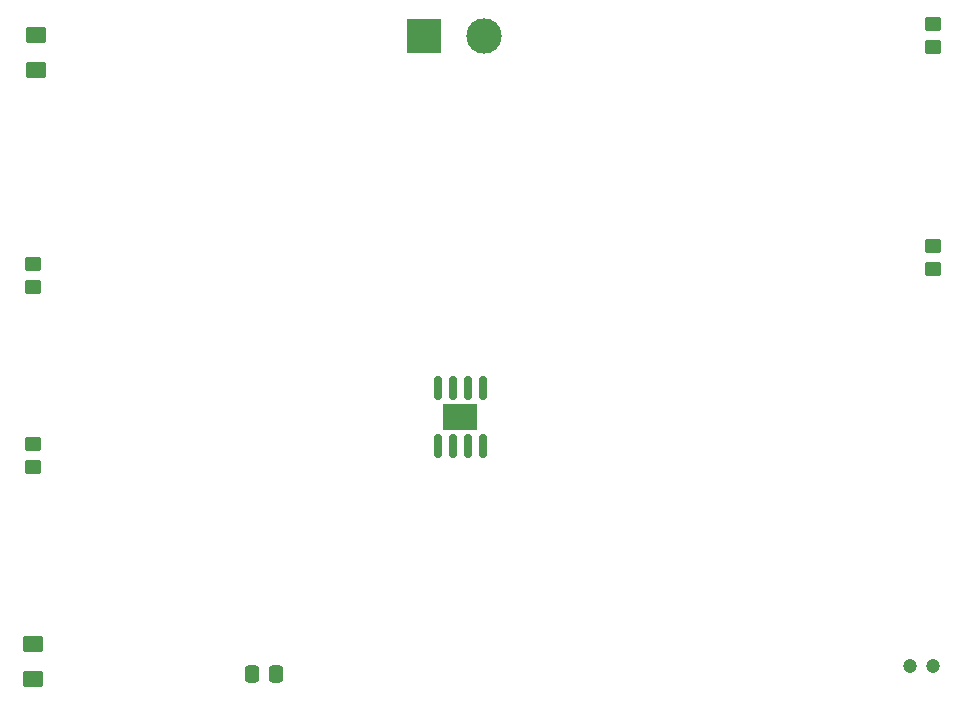
<source format=gbr>
%TF.GenerationSoftware,KiCad,Pcbnew,(6.0.10-0)*%
%TF.CreationDate,2023-02-14T13:22:41-08:00*%
%TF.ProjectId,lab4 exercise2,6c616234-2065-4786-9572-63697365322e,rev?*%
%TF.SameCoordinates,Original*%
%TF.FileFunction,Copper,L1,Top*%
%TF.FilePolarity,Positive*%
%FSLAX46Y46*%
G04 Gerber Fmt 4.6, Leading zero omitted, Abs format (unit mm)*
G04 Created by KiCad (PCBNEW (6.0.10-0)) date 2023-02-14 13:22:41*
%MOMM*%
%LPD*%
G01*
G04 APERTURE LIST*
G04 Aperture macros list*
%AMRoundRect*
0 Rectangle with rounded corners*
0 $1 Rounding radius*
0 $2 $3 $4 $5 $6 $7 $8 $9 X,Y pos of 4 corners*
0 Add a 4 corners polygon primitive as box body*
4,1,4,$2,$3,$4,$5,$6,$7,$8,$9,$2,$3,0*
0 Add four circle primitives for the rounded corners*
1,1,$1+$1,$2,$3*
1,1,$1+$1,$4,$5*
1,1,$1+$1,$6,$7*
1,1,$1+$1,$8,$9*
0 Add four rect primitives between the rounded corners*
20,1,$1+$1,$2,$3,$4,$5,0*
20,1,$1+$1,$4,$5,$6,$7,0*
20,1,$1+$1,$6,$7,$8,$9,0*
20,1,$1+$1,$8,$9,$2,$3,0*%
G04 Aperture macros list end*
%TA.AperFunction,SMDPad,CuDef*%
%ADD10RoundRect,0.150000X0.150000X-0.825000X0.150000X0.825000X-0.150000X0.825000X-0.150000X-0.825000X0*%
%TD*%
%TA.AperFunction,SMDPad,CuDef*%
%ADD11R,3.000000X2.290000*%
%TD*%
%TA.AperFunction,ComponentPad*%
%ADD12R,3.000000X3.000000*%
%TD*%
%TA.AperFunction,ComponentPad*%
%ADD13C,3.000000*%
%TD*%
%TA.AperFunction,SMDPad,CuDef*%
%ADD14RoundRect,0.250000X0.450000X-0.350000X0.450000X0.350000X-0.450000X0.350000X-0.450000X-0.350000X0*%
%TD*%
%TA.AperFunction,SMDPad,CuDef*%
%ADD15RoundRect,0.250001X0.624999X-0.462499X0.624999X0.462499X-0.624999X0.462499X-0.624999X-0.462499X0*%
%TD*%
%TA.AperFunction,SMDPad,CuDef*%
%ADD16RoundRect,0.250000X-0.337500X-0.475000X0.337500X-0.475000X0.337500X0.475000X-0.337500X0.475000X0*%
%TD*%
%TA.AperFunction,ComponentPad*%
%ADD17C,1.200000*%
%TD*%
G04 APERTURE END LIST*
D10*
%TO.P,U1,1,GND*%
%TO.N,GND*%
X120585000Y-103325000D03*
%TO.P,U1,2,TR*%
%TO.N,unconnected-(U1-Pad2)*%
X121855000Y-103325000D03*
%TO.P,U1,3,Q*%
%TO.N,unconnected-(U1-Pad3)*%
X123125000Y-103325000D03*
%TO.P,U1,4,R*%
%TO.N,unconnected-(U1-Pad4)*%
X124395000Y-103325000D03*
%TO.P,U1,5,CV*%
%TO.N,Net-(C2-Pad1)*%
X124395000Y-98375000D03*
%TO.P,U1,6,THR*%
%TO.N,Net-(C1-Pad1)*%
X123125000Y-98375000D03*
%TO.P,U1,7,DIS*%
%TO.N,Net-(R1-Pad2)*%
X121855000Y-98375000D03*
%TO.P,U1,8,VCC*%
%TO.N,+9V*%
X120585000Y-98375000D03*
D11*
%TO.P,U1,9*%
%TO.N,N/C*%
X122490000Y-100850000D03*
%TD*%
D12*
%TO.P,J1,1,Pin_1*%
%TO.N,+9V*%
X119460000Y-68580000D03*
D13*
%TO.P,J1,2,Pin_2*%
%TO.N,GND*%
X124540000Y-68580000D03*
%TD*%
D14*
%TO.P,R2,1*%
%TO.N,Net-(R1-Pad2)*%
X162560000Y-88360000D03*
%TO.P,R2,2*%
%TO.N,Net-(C1-Pad1)*%
X162560000Y-86360000D03*
%TD*%
%TO.P,R4,1*%
%TO.N,Net-(R3-Pad2)*%
X86360000Y-105140000D03*
%TO.P,R4,2*%
%TO.N,Net-(D2-Pad2)*%
X86360000Y-103140000D03*
%TD*%
D15*
%TO.P,D2,1,K*%
%TO.N,GND*%
X86360000Y-123037500D03*
%TO.P,D2,2,A*%
%TO.N,Net-(D2-Pad2)*%
X86360000Y-120062500D03*
%TD*%
D14*
%TO.P,R1,1*%
%TO.N,+9V*%
X162560000Y-69580000D03*
%TO.P,R1,2*%
%TO.N,Net-(R1-Pad2)*%
X162560000Y-67580000D03*
%TD*%
%TO.P,R3,1*%
%TO.N,Net-(D1-Pad1)*%
X86360000Y-89900000D03*
%TO.P,R3,2*%
%TO.N,Net-(R3-Pad2)*%
X86360000Y-87900000D03*
%TD*%
D16*
%TO.P,C2,1*%
%TO.N,Net-(C2-Pad1)*%
X104858744Y-122655000D03*
%TO.P,C2,2*%
%TO.N,GND*%
X106933744Y-122655000D03*
%TD*%
D15*
%TO.P,D1,1,K*%
%TO.N,Net-(D1-Pad1)*%
X86555000Y-71492500D03*
%TO.P,D1,2,A*%
%TO.N,+9V*%
X86555000Y-68517500D03*
%TD*%
D17*
%TO.P,C1,1*%
%TO.N,Net-(C1-Pad1)*%
X162560000Y-121920000D03*
%TO.P,C1,2*%
%TO.N,GND*%
X160560000Y-121920000D03*
%TD*%
M02*

</source>
